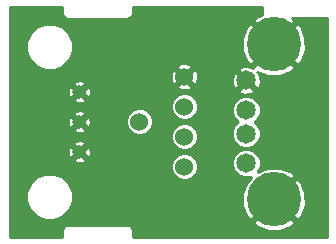
<source format=gbr>
G04 #@! TF.FileFunction,Copper,L2,Inr,Plane*
%FSLAX46Y46*%
G04 Gerber Fmt 4.6, Leading zero omitted, Abs format (unit mm)*
G04 Created by KiCad (PCBNEW 4.0.7) date Sat May  5 17:11:00 2018*
%MOMM*%
%LPD*%
G01*
G04 APERTURE LIST*
%ADD10C,0.100000*%
%ADD11C,1.143000*%
%ADD12C,4.600000*%
%ADD13C,1.651000*%
%ADD14C,1.524000*%
%ADD15C,0.254000*%
G04 APERTURE END LIST*
D10*
D11*
X134620000Y-104140000D03*
X134620000Y-99060000D03*
X134620000Y-101600000D03*
X129540000Y-101600000D03*
D12*
X151080000Y-108170000D03*
X151080000Y-95030000D03*
D13*
X148750000Y-105100000D03*
X148750000Y-102600000D03*
X148750000Y-100600000D03*
X148750000Y-98100000D03*
D14*
X143510000Y-105410000D03*
X143510000Y-102870000D03*
X143510000Y-100330000D03*
X143510000Y-97790000D03*
X139700000Y-101600000D03*
D15*
G36*
X133173254Y-92456000D02*
X133206043Y-92620839D01*
X133299417Y-92760583D01*
X133439161Y-92853957D01*
X133604000Y-92886746D01*
X138684000Y-92886746D01*
X138848839Y-92853957D01*
X138988583Y-92760583D01*
X139081957Y-92620839D01*
X139114746Y-92456000D01*
X139114746Y-91870746D01*
X150049254Y-91870746D01*
X150049254Y-92350000D01*
X150082043Y-92514839D01*
X150093987Y-92532715D01*
X149577907Y-92746482D01*
X149306562Y-93076957D01*
X151080000Y-94850395D01*
X152853438Y-93076957D01*
X152610226Y-92780746D01*
X155569254Y-92780746D01*
X155569254Y-111329254D01*
X139114746Y-111329254D01*
X139114746Y-110744000D01*
X139081957Y-110579161D01*
X138988583Y-110439417D01*
X138848839Y-110346043D01*
X138684000Y-110313254D01*
X133604000Y-110313254D01*
X133439161Y-110346043D01*
X133299417Y-110439417D01*
X133206043Y-110579161D01*
X133173254Y-110744000D01*
X133173254Y-111329254D01*
X128700746Y-111329254D01*
X128700746Y-110123043D01*
X149306562Y-110123043D01*
X149577907Y-110453518D01*
X150566112Y-110854521D01*
X151632550Y-110846831D01*
X152582093Y-110453518D01*
X152853438Y-110123043D01*
X151080000Y-108349605D01*
X149306562Y-110123043D01*
X128700746Y-110123043D01*
X128700746Y-108339791D01*
X130111413Y-108339791D01*
X130410429Y-109063465D01*
X130963623Y-109617625D01*
X131686774Y-109917903D01*
X132469791Y-109918587D01*
X133193465Y-109619571D01*
X133747625Y-109066377D01*
X134047903Y-108343226D01*
X134048587Y-107560209D01*
X133749571Y-106836535D01*
X133196377Y-106282375D01*
X132473226Y-105982097D01*
X131690209Y-105981413D01*
X130966535Y-106280429D01*
X130412375Y-106833623D01*
X130112097Y-107556774D01*
X130111413Y-108339791D01*
X128700746Y-108339791D01*
X128700746Y-105636309D01*
X142367056Y-105636309D01*
X142540662Y-106056468D01*
X142861841Y-106378208D01*
X143281696Y-106552547D01*
X143736309Y-106552944D01*
X144156468Y-106379338D01*
X144478208Y-106058159D01*
X144652547Y-105638304D01*
X144652808Y-105338885D01*
X147543545Y-105338885D01*
X147726798Y-105782391D01*
X148065824Y-106122010D01*
X148509010Y-106306036D01*
X148988885Y-106306455D01*
X149146957Y-106241141D01*
X149059245Y-106328853D01*
X149126955Y-106396563D01*
X148796482Y-106667907D01*
X148395479Y-107656112D01*
X148403169Y-108722550D01*
X148796482Y-109672093D01*
X149126957Y-109943438D01*
X150900395Y-108170000D01*
X151259605Y-108170000D01*
X153033043Y-109943438D01*
X153363518Y-109672093D01*
X153764521Y-108683888D01*
X153756831Y-107617450D01*
X153363518Y-106667907D01*
X153033043Y-106396562D01*
X151259605Y-108170000D01*
X150900395Y-108170000D01*
X150886253Y-108155858D01*
X151065858Y-107976253D01*
X151080000Y-107990395D01*
X152853438Y-106216957D01*
X152582093Y-105886482D01*
X151593888Y-105485479D01*
X150527450Y-105493169D01*
X149734502Y-105821618D01*
X149772010Y-105784176D01*
X149956036Y-105340990D01*
X149956455Y-104861115D01*
X149773202Y-104417609D01*
X149434176Y-104077990D01*
X148990990Y-103893964D01*
X148511115Y-103893545D01*
X148067609Y-104076798D01*
X147727990Y-104415824D01*
X147543964Y-104859010D01*
X147543545Y-105338885D01*
X144652808Y-105338885D01*
X144652944Y-105183691D01*
X144479338Y-104763532D01*
X144158159Y-104441792D01*
X143738304Y-104267453D01*
X143283691Y-104267056D01*
X142863532Y-104440662D01*
X142541792Y-104761841D01*
X142367453Y-105181696D01*
X142367056Y-105636309D01*
X128700746Y-105636309D01*
X128700746Y-104842481D01*
X134097124Y-104842481D01*
X134156967Y-104993376D01*
X134518785Y-105105612D01*
X134896013Y-105070842D01*
X135083033Y-104993376D01*
X135142876Y-104842481D01*
X134620000Y-104319605D01*
X134097124Y-104842481D01*
X128700746Y-104842481D01*
X128700746Y-104038785D01*
X133654388Y-104038785D01*
X133689158Y-104416013D01*
X133766624Y-104603033D01*
X133917519Y-104662876D01*
X134440395Y-104140000D01*
X134799605Y-104140000D01*
X135322481Y-104662876D01*
X135473376Y-104603033D01*
X135585612Y-104241215D01*
X135550842Y-103863987D01*
X135473376Y-103676967D01*
X135322481Y-103617124D01*
X134799605Y-104140000D01*
X134440395Y-104140000D01*
X133917519Y-103617124D01*
X133766624Y-103676967D01*
X133654388Y-104038785D01*
X128700746Y-104038785D01*
X128700746Y-103437519D01*
X134097124Y-103437519D01*
X134620000Y-103960395D01*
X135142876Y-103437519D01*
X135083033Y-103286624D01*
X134721215Y-103174388D01*
X134343987Y-103209158D01*
X134156967Y-103286624D01*
X134097124Y-103437519D01*
X128700746Y-103437519D01*
X128700746Y-103096309D01*
X142367056Y-103096309D01*
X142540662Y-103516468D01*
X142861841Y-103838208D01*
X143281696Y-104012547D01*
X143736309Y-104012944D01*
X144156468Y-103839338D01*
X144478208Y-103518159D01*
X144652547Y-103098304D01*
X144652944Y-102643691D01*
X144479338Y-102223532D01*
X144158159Y-101901792D01*
X143738304Y-101727453D01*
X143283691Y-101727056D01*
X142863532Y-101900662D01*
X142541792Y-102221841D01*
X142367453Y-102641696D01*
X142367056Y-103096309D01*
X128700746Y-103096309D01*
X128700746Y-102302481D01*
X134097124Y-102302481D01*
X134156967Y-102453376D01*
X134518785Y-102565612D01*
X134896013Y-102530842D01*
X135083033Y-102453376D01*
X135142876Y-102302481D01*
X134620000Y-101779605D01*
X134097124Y-102302481D01*
X128700746Y-102302481D01*
X128700746Y-101498785D01*
X133654388Y-101498785D01*
X133689158Y-101876013D01*
X133766624Y-102063033D01*
X133917519Y-102122876D01*
X134440395Y-101600000D01*
X134799605Y-101600000D01*
X135322481Y-102122876D01*
X135473376Y-102063033D01*
X135546807Y-101826309D01*
X138557056Y-101826309D01*
X138730662Y-102246468D01*
X139051841Y-102568208D01*
X139471696Y-102742547D01*
X139926309Y-102742944D01*
X140346468Y-102569338D01*
X140668208Y-102248159D01*
X140842547Y-101828304D01*
X140842944Y-101373691D01*
X140669338Y-100953532D01*
X140348159Y-100631792D01*
X140166376Y-100556309D01*
X142367056Y-100556309D01*
X142540662Y-100976468D01*
X142861841Y-101298208D01*
X143281696Y-101472547D01*
X143736309Y-101472944D01*
X144156468Y-101299338D01*
X144478208Y-100978159D01*
X144536039Y-100838885D01*
X147543545Y-100838885D01*
X147726798Y-101282391D01*
X148044109Y-101600257D01*
X147727990Y-101915824D01*
X147543964Y-102359010D01*
X147543545Y-102838885D01*
X147726798Y-103282391D01*
X148065824Y-103622010D01*
X148509010Y-103806036D01*
X148988885Y-103806455D01*
X149432391Y-103623202D01*
X149772010Y-103284176D01*
X149956036Y-102840990D01*
X149956455Y-102361115D01*
X149773202Y-101917609D01*
X149455891Y-101599743D01*
X149772010Y-101284176D01*
X149956036Y-100840990D01*
X149956455Y-100361115D01*
X149773202Y-99917609D01*
X149434176Y-99577990D01*
X148990990Y-99393964D01*
X148511115Y-99393545D01*
X148067609Y-99576798D01*
X147727990Y-99915824D01*
X147543964Y-100359010D01*
X147543545Y-100838885D01*
X144536039Y-100838885D01*
X144652547Y-100558304D01*
X144652944Y-100103691D01*
X144479338Y-99683532D01*
X144158159Y-99361792D01*
X143738304Y-99187453D01*
X143283691Y-99187056D01*
X142863532Y-99360662D01*
X142541792Y-99681841D01*
X142367453Y-100101696D01*
X142367056Y-100556309D01*
X140166376Y-100556309D01*
X139928304Y-100457453D01*
X139473691Y-100457056D01*
X139053532Y-100630662D01*
X138731792Y-100951841D01*
X138557453Y-101371696D01*
X138557056Y-101826309D01*
X135546807Y-101826309D01*
X135585612Y-101701215D01*
X135550842Y-101323987D01*
X135473376Y-101136967D01*
X135322481Y-101077124D01*
X134799605Y-101600000D01*
X134440395Y-101600000D01*
X133917519Y-101077124D01*
X133766624Y-101136967D01*
X133654388Y-101498785D01*
X128700746Y-101498785D01*
X128700746Y-100897519D01*
X134097124Y-100897519D01*
X134620000Y-101420395D01*
X135142876Y-100897519D01*
X135083033Y-100746624D01*
X134721215Y-100634388D01*
X134343987Y-100669158D01*
X134156967Y-100746624D01*
X134097124Y-100897519D01*
X128700746Y-100897519D01*
X128700746Y-99762481D01*
X134097124Y-99762481D01*
X134156967Y-99913376D01*
X134518785Y-100025612D01*
X134896013Y-99990842D01*
X135083033Y-99913376D01*
X135142876Y-99762481D01*
X134620000Y-99239605D01*
X134097124Y-99762481D01*
X128700746Y-99762481D01*
X128700746Y-98958785D01*
X133654388Y-98958785D01*
X133689158Y-99336013D01*
X133766624Y-99523033D01*
X133917519Y-99582876D01*
X134440395Y-99060000D01*
X134799605Y-99060000D01*
X135322481Y-99582876D01*
X135473376Y-99523033D01*
X135585612Y-99161215D01*
X135569565Y-98987109D01*
X148042496Y-98987109D01*
X148133706Y-99164322D01*
X148587916Y-99319150D01*
X149066803Y-99288374D01*
X149366294Y-99164322D01*
X149457504Y-98987109D01*
X148750000Y-98279605D01*
X148042496Y-98987109D01*
X135569565Y-98987109D01*
X135550842Y-98783987D01*
X135487482Y-98631021D01*
X142848584Y-98631021D01*
X142931977Y-98801646D01*
X143363117Y-98945840D01*
X143816618Y-98914066D01*
X144088023Y-98801646D01*
X144171416Y-98631021D01*
X143510000Y-97969605D01*
X142848584Y-98631021D01*
X135487482Y-98631021D01*
X135473376Y-98596967D01*
X135322481Y-98537124D01*
X134799605Y-99060000D01*
X134440395Y-99060000D01*
X133917519Y-98537124D01*
X133766624Y-98596967D01*
X133654388Y-98958785D01*
X128700746Y-98958785D01*
X128700746Y-98357519D01*
X134097124Y-98357519D01*
X134620000Y-98880395D01*
X135142876Y-98357519D01*
X135083033Y-98206624D01*
X134721215Y-98094388D01*
X134343987Y-98129158D01*
X134156967Y-98206624D01*
X134097124Y-98357519D01*
X128700746Y-98357519D01*
X128700746Y-97643117D01*
X142354160Y-97643117D01*
X142385934Y-98096618D01*
X142498354Y-98368023D01*
X142668979Y-98451416D01*
X143330395Y-97790000D01*
X143689605Y-97790000D01*
X144351021Y-98451416D01*
X144521646Y-98368023D01*
X144665494Y-97937916D01*
X147530850Y-97937916D01*
X147561626Y-98416803D01*
X147685678Y-98716294D01*
X147862891Y-98807504D01*
X148570395Y-98100000D01*
X147862891Y-97392496D01*
X147685678Y-97483706D01*
X147530850Y-97937916D01*
X144665494Y-97937916D01*
X144665840Y-97936883D01*
X144634066Y-97483382D01*
X144522025Y-97212891D01*
X148042496Y-97212891D01*
X148750000Y-97920395D01*
X148764143Y-97906253D01*
X148943748Y-98085858D01*
X148929605Y-98100000D01*
X149637109Y-98807504D01*
X149814322Y-98716294D01*
X149969150Y-98262084D01*
X149938374Y-97783197D01*
X149814322Y-97483706D01*
X149637111Y-97392497D01*
X149676203Y-97353405D01*
X150566112Y-97714521D01*
X151632550Y-97706831D01*
X152582093Y-97313518D01*
X152853438Y-96983043D01*
X151080000Y-95209605D01*
X149306562Y-96983043D01*
X149343361Y-97027861D01*
X148912084Y-96880850D01*
X148433197Y-96911626D01*
X148133706Y-97035678D01*
X148042496Y-97212891D01*
X144522025Y-97212891D01*
X144521646Y-97211977D01*
X144351021Y-97128584D01*
X143689605Y-97790000D01*
X143330395Y-97790000D01*
X142668979Y-97128584D01*
X142498354Y-97211977D01*
X142354160Y-97643117D01*
X128700746Y-97643117D01*
X128700746Y-95639791D01*
X130111413Y-95639791D01*
X130410429Y-96363465D01*
X130963623Y-96917625D01*
X131686774Y-97217903D01*
X132469791Y-97218587D01*
X133122292Y-96948979D01*
X142848584Y-96948979D01*
X143510000Y-97610395D01*
X144171416Y-96948979D01*
X144088023Y-96778354D01*
X143656883Y-96634160D01*
X143203382Y-96665934D01*
X142931977Y-96778354D01*
X142848584Y-96948979D01*
X133122292Y-96948979D01*
X133193465Y-96919571D01*
X133747625Y-96366377D01*
X134047903Y-95643226D01*
X134048587Y-94860209D01*
X133906410Y-94516112D01*
X148395479Y-94516112D01*
X148403169Y-95582550D01*
X148796482Y-96532093D01*
X149126957Y-96803438D01*
X150900395Y-95030000D01*
X151259605Y-95030000D01*
X153033043Y-96803438D01*
X153363518Y-96532093D01*
X153764521Y-95543888D01*
X153756831Y-94477450D01*
X153363518Y-93527907D01*
X153033043Y-93256562D01*
X151259605Y-95030000D01*
X150900395Y-95030000D01*
X149126957Y-93256562D01*
X148796482Y-93527907D01*
X148395479Y-94516112D01*
X133906410Y-94516112D01*
X133749571Y-94136535D01*
X133196377Y-93582375D01*
X132473226Y-93282097D01*
X131690209Y-93281413D01*
X130966535Y-93580429D01*
X130412375Y-94133623D01*
X130112097Y-94856774D01*
X130111413Y-95639791D01*
X128700746Y-95639791D01*
X128700746Y-91870746D01*
X133173254Y-91870746D01*
X133173254Y-92456000D01*
X133173254Y-92456000D01*
G37*
X133173254Y-92456000D02*
X133206043Y-92620839D01*
X133299417Y-92760583D01*
X133439161Y-92853957D01*
X133604000Y-92886746D01*
X138684000Y-92886746D01*
X138848839Y-92853957D01*
X138988583Y-92760583D01*
X139081957Y-92620839D01*
X139114746Y-92456000D01*
X139114746Y-91870746D01*
X150049254Y-91870746D01*
X150049254Y-92350000D01*
X150082043Y-92514839D01*
X150093987Y-92532715D01*
X149577907Y-92746482D01*
X149306562Y-93076957D01*
X151080000Y-94850395D01*
X152853438Y-93076957D01*
X152610226Y-92780746D01*
X155569254Y-92780746D01*
X155569254Y-111329254D01*
X139114746Y-111329254D01*
X139114746Y-110744000D01*
X139081957Y-110579161D01*
X138988583Y-110439417D01*
X138848839Y-110346043D01*
X138684000Y-110313254D01*
X133604000Y-110313254D01*
X133439161Y-110346043D01*
X133299417Y-110439417D01*
X133206043Y-110579161D01*
X133173254Y-110744000D01*
X133173254Y-111329254D01*
X128700746Y-111329254D01*
X128700746Y-110123043D01*
X149306562Y-110123043D01*
X149577907Y-110453518D01*
X150566112Y-110854521D01*
X151632550Y-110846831D01*
X152582093Y-110453518D01*
X152853438Y-110123043D01*
X151080000Y-108349605D01*
X149306562Y-110123043D01*
X128700746Y-110123043D01*
X128700746Y-108339791D01*
X130111413Y-108339791D01*
X130410429Y-109063465D01*
X130963623Y-109617625D01*
X131686774Y-109917903D01*
X132469791Y-109918587D01*
X133193465Y-109619571D01*
X133747625Y-109066377D01*
X134047903Y-108343226D01*
X134048587Y-107560209D01*
X133749571Y-106836535D01*
X133196377Y-106282375D01*
X132473226Y-105982097D01*
X131690209Y-105981413D01*
X130966535Y-106280429D01*
X130412375Y-106833623D01*
X130112097Y-107556774D01*
X130111413Y-108339791D01*
X128700746Y-108339791D01*
X128700746Y-105636309D01*
X142367056Y-105636309D01*
X142540662Y-106056468D01*
X142861841Y-106378208D01*
X143281696Y-106552547D01*
X143736309Y-106552944D01*
X144156468Y-106379338D01*
X144478208Y-106058159D01*
X144652547Y-105638304D01*
X144652808Y-105338885D01*
X147543545Y-105338885D01*
X147726798Y-105782391D01*
X148065824Y-106122010D01*
X148509010Y-106306036D01*
X148988885Y-106306455D01*
X149146957Y-106241141D01*
X149059245Y-106328853D01*
X149126955Y-106396563D01*
X148796482Y-106667907D01*
X148395479Y-107656112D01*
X148403169Y-108722550D01*
X148796482Y-109672093D01*
X149126957Y-109943438D01*
X150900395Y-108170000D01*
X151259605Y-108170000D01*
X153033043Y-109943438D01*
X153363518Y-109672093D01*
X153764521Y-108683888D01*
X153756831Y-107617450D01*
X153363518Y-106667907D01*
X153033043Y-106396562D01*
X151259605Y-108170000D01*
X150900395Y-108170000D01*
X150886253Y-108155858D01*
X151065858Y-107976253D01*
X151080000Y-107990395D01*
X152853438Y-106216957D01*
X152582093Y-105886482D01*
X151593888Y-105485479D01*
X150527450Y-105493169D01*
X149734502Y-105821618D01*
X149772010Y-105784176D01*
X149956036Y-105340990D01*
X149956455Y-104861115D01*
X149773202Y-104417609D01*
X149434176Y-104077990D01*
X148990990Y-103893964D01*
X148511115Y-103893545D01*
X148067609Y-104076798D01*
X147727990Y-104415824D01*
X147543964Y-104859010D01*
X147543545Y-105338885D01*
X144652808Y-105338885D01*
X144652944Y-105183691D01*
X144479338Y-104763532D01*
X144158159Y-104441792D01*
X143738304Y-104267453D01*
X143283691Y-104267056D01*
X142863532Y-104440662D01*
X142541792Y-104761841D01*
X142367453Y-105181696D01*
X142367056Y-105636309D01*
X128700746Y-105636309D01*
X128700746Y-104842481D01*
X134097124Y-104842481D01*
X134156967Y-104993376D01*
X134518785Y-105105612D01*
X134896013Y-105070842D01*
X135083033Y-104993376D01*
X135142876Y-104842481D01*
X134620000Y-104319605D01*
X134097124Y-104842481D01*
X128700746Y-104842481D01*
X128700746Y-104038785D01*
X133654388Y-104038785D01*
X133689158Y-104416013D01*
X133766624Y-104603033D01*
X133917519Y-104662876D01*
X134440395Y-104140000D01*
X134799605Y-104140000D01*
X135322481Y-104662876D01*
X135473376Y-104603033D01*
X135585612Y-104241215D01*
X135550842Y-103863987D01*
X135473376Y-103676967D01*
X135322481Y-103617124D01*
X134799605Y-104140000D01*
X134440395Y-104140000D01*
X133917519Y-103617124D01*
X133766624Y-103676967D01*
X133654388Y-104038785D01*
X128700746Y-104038785D01*
X128700746Y-103437519D01*
X134097124Y-103437519D01*
X134620000Y-103960395D01*
X135142876Y-103437519D01*
X135083033Y-103286624D01*
X134721215Y-103174388D01*
X134343987Y-103209158D01*
X134156967Y-103286624D01*
X134097124Y-103437519D01*
X128700746Y-103437519D01*
X128700746Y-103096309D01*
X142367056Y-103096309D01*
X142540662Y-103516468D01*
X142861841Y-103838208D01*
X143281696Y-104012547D01*
X143736309Y-104012944D01*
X144156468Y-103839338D01*
X144478208Y-103518159D01*
X144652547Y-103098304D01*
X144652944Y-102643691D01*
X144479338Y-102223532D01*
X144158159Y-101901792D01*
X143738304Y-101727453D01*
X143283691Y-101727056D01*
X142863532Y-101900662D01*
X142541792Y-102221841D01*
X142367453Y-102641696D01*
X142367056Y-103096309D01*
X128700746Y-103096309D01*
X128700746Y-102302481D01*
X134097124Y-102302481D01*
X134156967Y-102453376D01*
X134518785Y-102565612D01*
X134896013Y-102530842D01*
X135083033Y-102453376D01*
X135142876Y-102302481D01*
X134620000Y-101779605D01*
X134097124Y-102302481D01*
X128700746Y-102302481D01*
X128700746Y-101498785D01*
X133654388Y-101498785D01*
X133689158Y-101876013D01*
X133766624Y-102063033D01*
X133917519Y-102122876D01*
X134440395Y-101600000D01*
X134799605Y-101600000D01*
X135322481Y-102122876D01*
X135473376Y-102063033D01*
X135546807Y-101826309D01*
X138557056Y-101826309D01*
X138730662Y-102246468D01*
X139051841Y-102568208D01*
X139471696Y-102742547D01*
X139926309Y-102742944D01*
X140346468Y-102569338D01*
X140668208Y-102248159D01*
X140842547Y-101828304D01*
X140842944Y-101373691D01*
X140669338Y-100953532D01*
X140348159Y-100631792D01*
X140166376Y-100556309D01*
X142367056Y-100556309D01*
X142540662Y-100976468D01*
X142861841Y-101298208D01*
X143281696Y-101472547D01*
X143736309Y-101472944D01*
X144156468Y-101299338D01*
X144478208Y-100978159D01*
X144536039Y-100838885D01*
X147543545Y-100838885D01*
X147726798Y-101282391D01*
X148044109Y-101600257D01*
X147727990Y-101915824D01*
X147543964Y-102359010D01*
X147543545Y-102838885D01*
X147726798Y-103282391D01*
X148065824Y-103622010D01*
X148509010Y-103806036D01*
X148988885Y-103806455D01*
X149432391Y-103623202D01*
X149772010Y-103284176D01*
X149956036Y-102840990D01*
X149956455Y-102361115D01*
X149773202Y-101917609D01*
X149455891Y-101599743D01*
X149772010Y-101284176D01*
X149956036Y-100840990D01*
X149956455Y-100361115D01*
X149773202Y-99917609D01*
X149434176Y-99577990D01*
X148990990Y-99393964D01*
X148511115Y-99393545D01*
X148067609Y-99576798D01*
X147727990Y-99915824D01*
X147543964Y-100359010D01*
X147543545Y-100838885D01*
X144536039Y-100838885D01*
X144652547Y-100558304D01*
X144652944Y-100103691D01*
X144479338Y-99683532D01*
X144158159Y-99361792D01*
X143738304Y-99187453D01*
X143283691Y-99187056D01*
X142863532Y-99360662D01*
X142541792Y-99681841D01*
X142367453Y-100101696D01*
X142367056Y-100556309D01*
X140166376Y-100556309D01*
X139928304Y-100457453D01*
X139473691Y-100457056D01*
X139053532Y-100630662D01*
X138731792Y-100951841D01*
X138557453Y-101371696D01*
X138557056Y-101826309D01*
X135546807Y-101826309D01*
X135585612Y-101701215D01*
X135550842Y-101323987D01*
X135473376Y-101136967D01*
X135322481Y-101077124D01*
X134799605Y-101600000D01*
X134440395Y-101600000D01*
X133917519Y-101077124D01*
X133766624Y-101136967D01*
X133654388Y-101498785D01*
X128700746Y-101498785D01*
X128700746Y-100897519D01*
X134097124Y-100897519D01*
X134620000Y-101420395D01*
X135142876Y-100897519D01*
X135083033Y-100746624D01*
X134721215Y-100634388D01*
X134343987Y-100669158D01*
X134156967Y-100746624D01*
X134097124Y-100897519D01*
X128700746Y-100897519D01*
X128700746Y-99762481D01*
X134097124Y-99762481D01*
X134156967Y-99913376D01*
X134518785Y-100025612D01*
X134896013Y-99990842D01*
X135083033Y-99913376D01*
X135142876Y-99762481D01*
X134620000Y-99239605D01*
X134097124Y-99762481D01*
X128700746Y-99762481D01*
X128700746Y-98958785D01*
X133654388Y-98958785D01*
X133689158Y-99336013D01*
X133766624Y-99523033D01*
X133917519Y-99582876D01*
X134440395Y-99060000D01*
X134799605Y-99060000D01*
X135322481Y-99582876D01*
X135473376Y-99523033D01*
X135585612Y-99161215D01*
X135569565Y-98987109D01*
X148042496Y-98987109D01*
X148133706Y-99164322D01*
X148587916Y-99319150D01*
X149066803Y-99288374D01*
X149366294Y-99164322D01*
X149457504Y-98987109D01*
X148750000Y-98279605D01*
X148042496Y-98987109D01*
X135569565Y-98987109D01*
X135550842Y-98783987D01*
X135487482Y-98631021D01*
X142848584Y-98631021D01*
X142931977Y-98801646D01*
X143363117Y-98945840D01*
X143816618Y-98914066D01*
X144088023Y-98801646D01*
X144171416Y-98631021D01*
X143510000Y-97969605D01*
X142848584Y-98631021D01*
X135487482Y-98631021D01*
X135473376Y-98596967D01*
X135322481Y-98537124D01*
X134799605Y-99060000D01*
X134440395Y-99060000D01*
X133917519Y-98537124D01*
X133766624Y-98596967D01*
X133654388Y-98958785D01*
X128700746Y-98958785D01*
X128700746Y-98357519D01*
X134097124Y-98357519D01*
X134620000Y-98880395D01*
X135142876Y-98357519D01*
X135083033Y-98206624D01*
X134721215Y-98094388D01*
X134343987Y-98129158D01*
X134156967Y-98206624D01*
X134097124Y-98357519D01*
X128700746Y-98357519D01*
X128700746Y-97643117D01*
X142354160Y-97643117D01*
X142385934Y-98096618D01*
X142498354Y-98368023D01*
X142668979Y-98451416D01*
X143330395Y-97790000D01*
X143689605Y-97790000D01*
X144351021Y-98451416D01*
X144521646Y-98368023D01*
X144665494Y-97937916D01*
X147530850Y-97937916D01*
X147561626Y-98416803D01*
X147685678Y-98716294D01*
X147862891Y-98807504D01*
X148570395Y-98100000D01*
X147862891Y-97392496D01*
X147685678Y-97483706D01*
X147530850Y-97937916D01*
X144665494Y-97937916D01*
X144665840Y-97936883D01*
X144634066Y-97483382D01*
X144522025Y-97212891D01*
X148042496Y-97212891D01*
X148750000Y-97920395D01*
X148764143Y-97906253D01*
X148943748Y-98085858D01*
X148929605Y-98100000D01*
X149637109Y-98807504D01*
X149814322Y-98716294D01*
X149969150Y-98262084D01*
X149938374Y-97783197D01*
X149814322Y-97483706D01*
X149637111Y-97392497D01*
X149676203Y-97353405D01*
X150566112Y-97714521D01*
X151632550Y-97706831D01*
X152582093Y-97313518D01*
X152853438Y-96983043D01*
X151080000Y-95209605D01*
X149306562Y-96983043D01*
X149343361Y-97027861D01*
X148912084Y-96880850D01*
X148433197Y-96911626D01*
X148133706Y-97035678D01*
X148042496Y-97212891D01*
X144522025Y-97212891D01*
X144521646Y-97211977D01*
X144351021Y-97128584D01*
X143689605Y-97790000D01*
X143330395Y-97790000D01*
X142668979Y-97128584D01*
X142498354Y-97211977D01*
X142354160Y-97643117D01*
X128700746Y-97643117D01*
X128700746Y-95639791D01*
X130111413Y-95639791D01*
X130410429Y-96363465D01*
X130963623Y-96917625D01*
X131686774Y-97217903D01*
X132469791Y-97218587D01*
X133122292Y-96948979D01*
X142848584Y-96948979D01*
X143510000Y-97610395D01*
X144171416Y-96948979D01*
X144088023Y-96778354D01*
X143656883Y-96634160D01*
X143203382Y-96665934D01*
X142931977Y-96778354D01*
X142848584Y-96948979D01*
X133122292Y-96948979D01*
X133193465Y-96919571D01*
X133747625Y-96366377D01*
X134047903Y-95643226D01*
X134048587Y-94860209D01*
X133906410Y-94516112D01*
X148395479Y-94516112D01*
X148403169Y-95582550D01*
X148796482Y-96532093D01*
X149126957Y-96803438D01*
X150900395Y-95030000D01*
X151259605Y-95030000D01*
X153033043Y-96803438D01*
X153363518Y-96532093D01*
X153764521Y-95543888D01*
X153756831Y-94477450D01*
X153363518Y-93527907D01*
X153033043Y-93256562D01*
X151259605Y-95030000D01*
X150900395Y-95030000D01*
X149126957Y-93256562D01*
X148796482Y-93527907D01*
X148395479Y-94516112D01*
X133906410Y-94516112D01*
X133749571Y-94136535D01*
X133196377Y-93582375D01*
X132473226Y-93282097D01*
X131690209Y-93281413D01*
X130966535Y-93580429D01*
X130412375Y-94133623D01*
X130112097Y-94856774D01*
X130111413Y-95639791D01*
X128700746Y-95639791D01*
X128700746Y-91870746D01*
X133173254Y-91870746D01*
X133173254Y-92456000D01*
M02*

</source>
